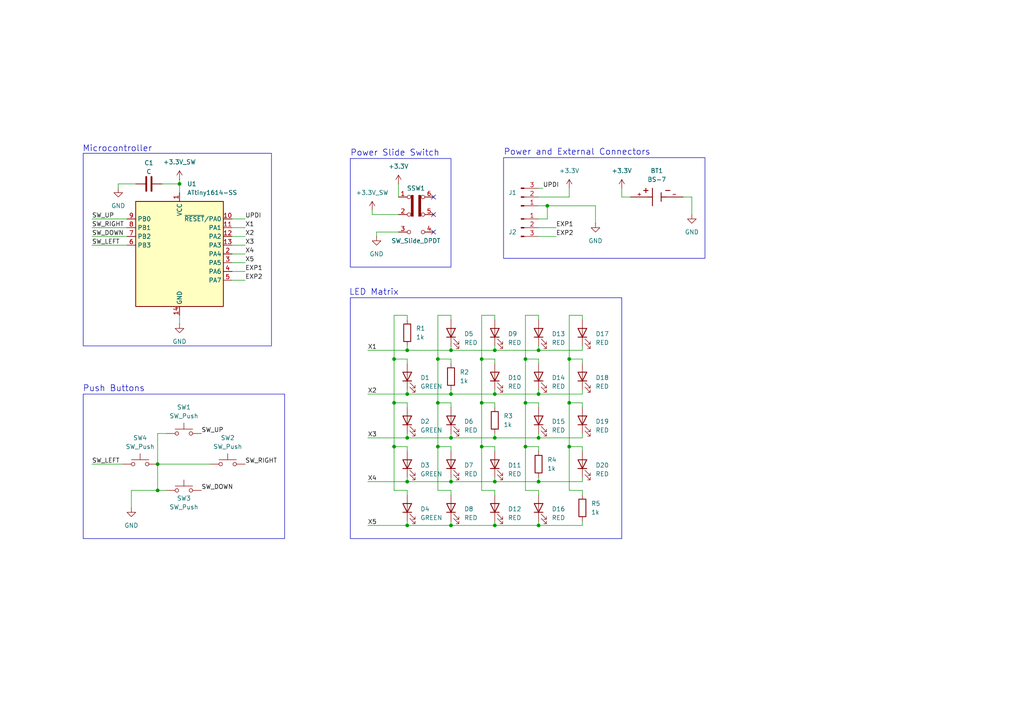
<source format=kicad_sch>
(kicad_sch (version 20231120) (generator "eeschema") (generator_version "8.0")
  (paper "A4")
  (lib_symbols
    (symbol "Device:C" (pin_numbers hide) (pin_names (offset 0.254))
      (property "Reference" "C" (at 0.635 2.54 0))
      (property "Value" "C" (at 0.635 -2.54 0))
      (symbol "C_0_1"
        (polyline (pts (xy -2.032 -0.762) (xy 2.032 -0.762)) (stroke (width 0.508)))
        (polyline (pts (xy -2.032 0.762) (xy 2.032 0.762)) (stroke (width 0.508)))
      )
      (symbol "C_1_1"
        (pin passive line (at 0 3.81 270) (length 2.794) (name "~") (number "1"))
        (pin passive line (at 0 -3.81 90) (length 2.794) (name "~") (number "2"))
      )
    )
    (symbol "Device:LED" (pin_numbers hide) (pin_names (offset 1.016) hide)
      (property "Reference" "D" (at 0 2.54 0))
      (property "Value" "LED" (at 0 -2.54 0))
      (symbol "LED_0_1"
        (polyline (pts (xy -1.27 -1.27) (xy -1.27 1.27)) (stroke (width 0.254)))
        (polyline (pts (xy -1.27 0) (xy 1.27 0)))
        (polyline (pts (xy 1.27 -1.27) (xy 1.27 1.27) (xy -1.27 0) (xy 1.27 -1.27)) (stroke (width 0.254)))
        (polyline (pts (xy -3.048 -0.762) (xy -4.572 -2.286) (xy -3.81 -2.286) (xy -4.572 -2.286) (xy -4.572 -1.524)))
        (polyline (pts (xy -1.778 -0.762) (xy -3.302 -2.286) (xy -2.54 -2.286) (xy -3.302 -2.286) (xy -3.302 -1.524)))
      )
      (symbol "LED_1_1"
        (pin passive line (at -3.81 0 0) (length 2.54) (name "K") (number "1"))
        (pin passive line (at 3.81 0 180) (length 2.54) (name "A") (number "2"))
      )
    )
    (symbol "Device:R" (pin_numbers hide) (pin_names (offset 0))
      (property "Reference" "R" (at 2.032 0 90))
      (property "Value" "R" (at 0 0 90))
      (symbol "R_0_1"
        (rectangle (start -1.016 -2.54) (end 1.016 2.54) (stroke (width 0.254)))
      )
      (symbol "R_1_1"
        (pin passive line (at 0 3.81 270) (length 1.27) (name "~") (number "1"))
        (pin passive line (at 0 -3.81 90) (length 1.27) (name "~") (number "2"))
      )
    )
    (symbol "MCU_Microchip_ATtiny:ATtiny1614-SS"
      (property "Reference" "U" (at -12.7 16.51 0))
      (property "Value" "ATtiny1614-SS" (at 2.54 -16.51 0))
      (symbol "ATtiny1614-SS_0_1"
        (rectangle (start -12.7 -15.24) (end 12.7 15.24) (stroke (width 0.254)) (fill (type background)))
      )
      (symbol "ATtiny1614-SS_1_1"
        (pin power_in line (at 0 17.78 270) (length 2.54) (name "VCC") (number "1"))
        (pin bidirectional line (at 15.24 10.16 180) (length 2.54) (name "~{RESET}/PA0") (number "10"))
        (pin bidirectional line (at 15.24 7.62 180) (length 2.54) (name "PA1") (number "11"))
        (pin bidirectional line (at 15.24 5.08 180) (length 2.54) (name "PA2") (number "12"))
        (pin bidirectional line (at 15.24 2.54 180) (length 2.54) (name "PA3") (number "13"))
        (pin power_in line (at 0 -17.78 90) (length 2.54) (name "GND") (number "14"))
        (pin bidirectional line (at 15.24 0 180) (length 2.54) (name "PA4") (number "2"))
        (pin bidirectional line (at 15.24 -2.54 180) (length 2.54) (name "PA5") (number "3"))
        (pin bidirectional line (at 15.24 -5.08 180) (length 2.54) (name "PA6") (number "4"))
        (pin bidirectional line (at 15.24 -7.62 180) (length 2.54) (name "PA7") (number "5"))
        (pin bidirectional line (at -15.24 2.54 0) (length 2.54) (name "PB3") (number "6"))
        (pin bidirectional line (at -15.24 5.08 0) (length 2.54) (name "PB2") (number "7"))
        (pin bidirectional line (at -15.24 7.62 0) (length 2.54) (name "PB1") (number "8"))
        (pin bidirectional line (at -15.24 10.16 0) (length 2.54) (name "PB0") (number "9"))
      )
    )
    (symbol "Switch:SW_Push" (pin_numbers hide) (pin_names (offset 1.016) hide)
      (property "Reference" "SW" (at 1.27 2.54 0))
      (property "Value" "SW_Push" (at 0 -1.524 0))
      (symbol "SW_Push_0_1"
        (circle (center -2.032 0) (radius 0.508))
        (polyline (pts (xy 0 1.27) (xy 0 3.048)))
        (polyline (pts (xy 2.54 1.27) (xy -2.54 1.27)))
        (circle (center 2.032 0) (radius 0.508))
        (pin passive line (at -5.08 0 0) (length 2.54) (name "1") (number "1"))
        (pin passive line (at 5.08 0 180) (length 2.54) (name "2") (number "2"))
      )
    )
    (symbol "Switch:SW_Slide_DPDT" (pin_names (offset 0) hide)
      (property "Reference" "SW" (at 0 6.858 0))
      (property "Value" "SW_Slide_DPDT" (at 0 -8.128 0))
      (symbol "SW_Slide_DPDT_0_0"
        (circle (center -2.032 -5.08) (radius 0.508))
        (circle (center -2.032 5.08) (radius 0.508))
        (circle (center 2.032 -5.08) (radius 0.508))
        (circle (center 2.032 0) (radius 0.508))
      )
      (symbol "SW_Slide_DPDT_0_1"
        (circle (center -2.032 0) (radius 0.508))
        (circle (center 2.032 5.08) (radius 0.508))
      )
      (symbol "SW_Slide_DPDT_1_1"
        (rectangle (start -1.397 5.588) (end -0.762 -0.508) (fill (type outline)))
        (rectangle (start 0.762 5.588) (end 1.397 -0.508) (fill (type outline)))
        (pin passive line (at -5.08 5.08 0) (length 2.54) (name "A") (number "1"))
        (pin passive line (at -5.08 0 0) (length 2.54) (name "B") (number "2"))
        (pin passive line (at -5.08 -5.08 0) (length 2.54) (name "C") (number "3"))
        (pin passive line (at 5.08 -5.08 180) (length 2.54) (name "A") (number "4"))
        (pin passive line (at 5.08 0 180) (length 2.54) (name "B") (number "5"))
        (pin passive line (at 5.08 5.08 180) (length 2.54) (name "C") (number "6"))
      )
    )
    (symbol "battery_holder:BS-7" (pin_names (offset 1.016))
      (property "Reference" "BT" (at -3.81 3.81 0))
      (property "Value" "BS-7" (at -3.81 -5.08 0))
      (symbol "BS-7_0_0"
        (polyline (pts (xy -3.81 1.905) (xy -2.54 1.905)) (stroke (width 0.254)))
        (polyline (pts (xy -3.175 2.54) (xy -3.175 1.27)) (stroke (width 0.254)))
        (polyline (pts (xy -1.27 0) (xy -2.54 0)) (stroke (width 0.254)))
        (polyline (pts (xy -1.27 2.54) (xy -1.27 -2.54)) (stroke (width 0.254)))
        (polyline (pts (xy 1.27 0) (xy 2.54 0)) (stroke (width 0.254)))
        (polyline (pts (xy 1.27 1.27) (xy 1.27 -1.27)) (stroke (width 0.254)))
        (polyline (pts (xy 2.54 1.905) (xy 3.81 1.905)) (stroke (width 0.254)))
        (pin passive line (at -7.62 0 0) (length 5.08) (name "~") (number "+"))
        (pin passive line (at 7.62 0 180) (length 5.08) (name "~") (number "-"))
      )
    )
    (symbol "power:+3.3V" (power) (pin_numbers hide) (pin_names (offset 0) hide)
      (property "Value" "+3.3V" (at 0 3.556 0))
      (symbol "+3.3V_0_1"
        (polyline (pts (xy -0.762 1.27) (xy 0 2.54)))
        (polyline (pts (xy 0 0) (xy 0 2.54)))
        (polyline (pts (xy 0 2.54) (xy 0.762 1.27)))
      )
      (symbol "+3.3V_1_1"
        (pin power_in line (at 0 0 90) (length 0) (name "~") (number "1"))
      )
    )
    (symbol "power:GND" (power) (pin_numbers hide) (pin_names (offset 0) hide)
      (property "Value" "GND" (at 0 -3.81 0))
      (symbol "GND_0_1"
        (polyline (pts (xy 0 0) (xy 0 -1.27) (xy 1.27 -1.27) (xy 0 -2.54) (xy -1.27 -1.27) (xy 0 -1.27)))
      )
      (symbol "GND_1_1"
        (pin power_in line (at 0 0 270) (length 0) (name "~") (number "1"))
      )
    )
    (symbol "rsx_header:Molex_0022272031" (pin_names (offset 1.016) hide)
      (property "Reference" "J" (at 0 5.08 0))
      (property "Value" "Molex_0022272031" (at 0 -5.08 0))
      (symbol "Molex_0022272031_1_1"
        (polyline (pts (xy 1.27 -2.54) (xy 0.8636 -2.54)) (stroke (width 0.1524)))
        (polyline (pts (xy 1.27 0) (xy 0.8636 0)) (stroke (width 0.1524)))
        (polyline (pts (xy 1.27 2.54) (xy 0.8636 2.54)) (stroke (width 0.1524)))
        (rectangle (start 0.8636 -2.413) (end 0 -2.667) (stroke (width 0.1524)) (fill (type outline)))
        (rectangle (start 0.8636 0.127) (end 0 -0.127) (stroke (width 0.1524)) (fill (type outline)))
        (rectangle (start 0.8636 2.667) (end 0 2.413) (stroke (width 0.1524)) (fill (type outline)))
        (pin passive line (at 5.08 2.54 180) (length 3.81) (name "Pin_1") (number "1"))
        (pin passive line (at 5.08 0 180) (length 3.81) (name "Pin_2") (number "2"))
        (pin passive line (at 5.08 -2.54 180) (length 3.81) (name "Pin_3") (number "3"))
      )
    )
  )
  (junction (at 118.11 114.3))
  (junction (at 156.21 139.7))
  (junction (at 127 116.84))
  (junction (at 143.51 139.7))
  (junction (at 114.3 104.14))
  (junction (at 156.21 101.6))
  (junction (at 130.81 152.4))
  (junction (at 52.07 53.34))
  (junction (at 118.11 152.4))
  (junction (at 158.75 59.69))
  (junction (at 45.72 134.62))
  (junction (at 143.51 114.3))
  (junction (at 143.51 152.4))
  (junction (at 118.11 101.6))
  (junction (at 152.4 104.14))
  (junction (at 127 104.14))
  (junction (at 45.72 142.24))
  (junction (at 156.21 114.3))
  (junction (at 114.3 129.54))
  (junction (at 152.4 129.54))
  (junction (at 130.81 114.3))
  (junction (at 127 129.54))
  (junction (at 139.7 104.14))
  (junction (at 165.1 116.84))
  (junction (at 118.11 127))
  (junction (at 130.81 139.7))
  (junction (at 139.7 116.84))
  (junction (at 143.51 101.6))
  (junction (at 165.1 129.54))
  (junction (at 114.3 116.84))
  (junction (at 143.51 127))
  (junction (at 130.81 101.6))
  (junction (at 118.11 139.7))
  (junction (at 156.21 127))
  (junction (at 130.81 127))
  (junction (at 165.1 104.14))
  (junction (at 156.21 152.4))
  (junction (at 152.4 116.84))
  (junction (at 139.7 129.54))
  (no_connect (at 125.73 57.15))
  (no_connect (at 125.73 67.31))
  (no_connect (at 125.73 62.23))
  (wire (pts (xy 38.1 142.24) (xy 38.1 147.32)))
  (wire (pts (xy 114.3 129.54) (xy 114.3 142.24)))
  (wire (pts (xy 139.7 91.44) (xy 139.7 104.14)))
  (wire (pts (xy 165.1 116.84) (xy 168.91 116.84)))
  (wire (pts (xy 130.81 113.03) (xy 130.81 114.3)))
  (wire (pts (xy 107.95 60.96) (xy 107.95 62.23)))
  (wire (pts (xy 130.81 139.7) (xy 143.51 139.7)))
  (wire (pts (xy 168.91 101.6) (xy 168.91 100.33)))
  (wire (pts (xy 118.11 151.13) (xy 118.11 152.4)))
  (wire (pts (xy 165.1 129.54) (xy 165.1 142.24)))
  (wire (pts (xy 143.51 118.11) (xy 143.51 116.84)))
  (wire (pts (xy 168.91 91.44) (xy 165.1 91.44)))
  (wire (pts (xy 130.81 142.24) (xy 130.81 143.51)))
  (wire (pts (xy 156.21 139.7) (xy 168.91 139.7)))
  (wire (pts (xy 180.34 54.61) (xy 180.34 57.15)))
  (wire (pts (xy 118.11 101.6) (xy 130.81 101.6)))
  (wire (pts (xy 71.12 63.5) (xy 67.31 63.5)))
  (wire (pts (xy 34.29 53.34) (xy 34.29 54.61)))
  (wire (pts (xy 106.68 127) (xy 118.11 127)))
  (wire (pts (xy 127 104.14) (xy 130.81 104.14)))
  (wire (pts (xy 172.72 59.69) (xy 172.72 64.77)))
  (wire (pts (xy 165.1 91.44) (xy 165.1 104.14)))
  (wire (pts (xy 130.81 114.3) (xy 143.51 114.3)))
  (wire (pts (xy 156.21 152.4) (xy 168.91 152.4)))
  (wire (pts (xy 168.91 127) (xy 168.91 125.73)))
  (wire (pts (xy 156.21 63.5) (xy 158.75 63.5)))
  (wire (pts (xy 118.11 152.4) (xy 130.81 152.4)))
  (wire (pts (xy 118.11 138.43) (xy 118.11 139.7)))
  (wire (pts (xy 38.1 142.24) (xy 45.72 142.24)))
  (wire (pts (xy 152.4 91.44) (xy 152.4 104.14)))
  (wire (pts (xy 106.68 152.4) (xy 118.11 152.4)))
  (wire (pts (xy 127 142.24) (xy 130.81 142.24)))
  (wire (pts (xy 130.81 91.44) (xy 127 91.44)))
  (wire (pts (xy 168.91 142.24) (xy 168.91 143.51)))
  (wire (pts (xy 168.91 118.11) (xy 168.91 116.84)))
  (wire (pts (xy 156.21 57.15) (xy 165.1 57.15)))
  (wire (pts (xy 114.3 104.14) (xy 118.11 104.14)))
  (wire (pts (xy 165.1 142.24) (xy 168.91 142.24)))
  (wire (pts (xy 143.51 113.03) (xy 143.51 114.3)))
  (wire (pts (xy 45.72 125.73) (xy 48.26 125.73)))
  (wire (pts (xy 156.21 130.81) (xy 156.21 129.54)))
  (wire (pts (xy 45.72 134.62) (xy 45.72 125.73)))
  (wire (pts (xy 157.48 54.61) (xy 156.21 54.61)))
  (wire (pts (xy 67.31 81.28) (xy 71.12 81.28)))
  (wire (pts (xy 127 129.54) (xy 127 142.24)))
  (wire (pts (xy 143.51 130.81) (xy 143.51 129.54)))
  (wire (pts (xy 45.72 134.62) (xy 60.96 134.62)))
  (wire (pts (xy 168.91 139.7) (xy 168.91 138.43)))
  (wire (pts (xy 48.26 142.24) (xy 45.72 142.24)))
  (wire (pts (xy 114.3 104.14) (xy 114.3 116.84)))
  (wire (pts (xy 130.81 125.73) (xy 130.81 127)))
  (wire (pts (xy 165.1 116.84) (xy 165.1 129.54)))
  (wire (pts (xy 130.81 129.54) (xy 130.81 130.81)))
  (wire (pts (xy 139.7 104.14) (xy 143.51 104.14)))
  (wire (pts (xy 168.91 105.41) (xy 168.91 104.14)))
  (wire (pts (xy 143.51 142.24) (xy 143.51 143.51)))
  (wire (pts (xy 127 116.84) (xy 127 129.54)))
  (wire (pts (xy 156.21 114.3) (xy 168.91 114.3)))
  (wire (pts (xy 156.21 105.41) (xy 156.21 104.14)))
  (wire (pts (xy 143.51 127) (xy 156.21 127)))
  (wire (pts (xy 139.7 129.54) (xy 143.51 129.54)))
  (wire (pts (xy 114.3 142.24) (xy 118.11 142.24)))
  (wire (pts (xy 139.7 116.84) (xy 143.51 116.84)))
  (wire (pts (xy 143.51 100.33) (xy 143.51 101.6)))
  (wire (pts (xy 46.99 53.34) (xy 52.07 53.34)))
  (wire (pts (xy 180.34 57.15) (xy 182.88 57.15)))
  (wire (pts (xy 156.21 142.24) (xy 156.21 143.51)))
  (wire (pts (xy 143.51 152.4) (xy 156.21 152.4)))
  (wire (pts (xy 156.21 92.71) (xy 156.21 91.44)))
  (wire (pts (xy 165.1 57.15) (xy 165.1 54.61)))
  (wire (pts (xy 139.7 129.54) (xy 139.7 142.24)))
  (wire (pts (xy 152.4 104.14) (xy 152.4 116.84)))
  (wire (pts (xy 165.1 129.54) (xy 168.91 129.54)))
  (wire (pts (xy 143.51 138.43) (xy 143.51 139.7)))
  (wire (pts (xy 52.07 52.07) (xy 52.07 53.34)))
  (wire (pts (xy 118.11 142.24) (xy 118.11 143.51)))
  (wire (pts (xy 156.21 91.44) (xy 152.4 91.44)))
  (wire (pts (xy 39.37 53.34) (xy 34.29 53.34)))
  (wire (pts (xy 106.68 114.3) (xy 118.11 114.3)))
  (wire (pts (xy 71.12 71.12) (xy 67.31 71.12)))
  (wire (pts (xy 139.7 116.84) (xy 139.7 129.54)))
  (wire (pts (xy 152.4 142.24) (xy 156.21 142.24)))
  (wire (pts (xy 168.91 92.71) (xy 168.91 91.44)))
  (wire (pts (xy 130.81 101.6) (xy 143.51 101.6)))
  (wire (pts (xy 130.81 152.4) (xy 143.51 152.4)))
  (wire (pts (xy 114.3 116.84) (xy 118.11 116.84)))
  (wire (pts (xy 26.67 66.04) (xy 36.83 66.04)))
  (wire (pts (xy 143.51 139.7) (xy 156.21 139.7)))
  (wire (pts (xy 26.67 68.58) (xy 36.83 68.58)))
  (wire (pts (xy 156.21 68.58) (xy 161.29 68.58)))
  (wire (pts (xy 127 129.54) (xy 130.81 129.54)))
  (wire (pts (xy 127 104.14) (xy 127 116.84)))
  (wire (pts (xy 118.11 125.73) (xy 118.11 127)))
  (wire (pts (xy 26.67 63.5) (xy 36.83 63.5)))
  (wire (pts (xy 118.11 118.11) (xy 118.11 116.84)))
  (wire (pts (xy 168.91 152.4) (xy 168.91 151.13)))
  (wire (pts (xy 71.12 68.58) (xy 67.31 68.58)))
  (wire (pts (xy 156.21 118.11) (xy 156.21 116.84)))
  (wire (pts (xy 143.51 92.71) (xy 143.51 91.44)))
  (wire (pts (xy 143.51 125.73) (xy 143.51 127)))
  (wire (pts (xy 107.95 62.23) (xy 115.57 62.23)))
  (wire (pts (xy 156.21 127) (xy 168.91 127)))
  (wire (pts (xy 200.66 57.15) (xy 200.66 62.23)))
  (wire (pts (xy 127 116.84) (xy 130.81 116.84)))
  (wire (pts (xy 114.3 129.54) (xy 118.11 129.54)))
  (wire (pts (xy 118.11 113.03) (xy 118.11 114.3)))
  (wire (pts (xy 52.07 53.34) (xy 52.07 55.88)))
  (wire (pts (xy 156.21 125.73) (xy 156.21 127)))
  (wire (pts (xy 156.21 138.43) (xy 156.21 139.7)))
  (wire (pts (xy 165.1 104.14) (xy 168.91 104.14)))
  (wire (pts (xy 165.1 104.14) (xy 165.1 116.84)))
  (wire (pts (xy 152.4 129.54) (xy 156.21 129.54)))
  (wire (pts (xy 168.91 114.3) (xy 168.91 113.03)))
  (wire (pts (xy 156.21 66.04) (xy 161.29 66.04)))
  (wire (pts (xy 118.11 127) (xy 130.81 127)))
  (wire (pts (xy 106.68 139.7) (xy 118.11 139.7)))
  (wire (pts (xy 67.31 78.74) (xy 71.12 78.74)))
  (wire (pts (xy 143.51 101.6) (xy 156.21 101.6)))
  (wire (pts (xy 168.91 130.81) (xy 168.91 129.54)))
  (wire (pts (xy 109.22 68.58) (xy 109.22 67.31)))
  (wire (pts (xy 156.21 104.14) (xy 152.4 104.14)))
  (wire (pts (xy 139.7 142.24) (xy 143.51 142.24)))
  (wire (pts (xy 130.81 118.11) (xy 130.81 116.84)))
  (wire (pts (xy 71.12 66.04) (xy 67.31 66.04)))
  (wire (pts (xy 115.57 53.34) (xy 115.57 57.15)))
  (wire (pts (xy 130.81 105.41) (xy 130.81 104.14)))
  (wire (pts (xy 130.81 100.33) (xy 130.81 101.6)))
  (wire (pts (xy 156.21 59.69) (xy 158.75 59.69)))
  (wire (pts (xy 26.67 134.62) (xy 35.56 134.62)))
  (wire (pts (xy 152.4 116.84) (xy 152.4 129.54)))
  (wire (pts (xy 114.3 91.44) (xy 118.11 91.44)))
  (wire (pts (xy 127 91.44) (xy 127 104.14)))
  (wire (pts (xy 130.81 151.13) (xy 130.81 152.4)))
  (wire (pts (xy 114.3 116.84) (xy 114.3 129.54)))
  (wire (pts (xy 143.51 91.44) (xy 139.7 91.44)))
  (wire (pts (xy 158.75 63.5) (xy 158.75 59.69)))
  (wire (pts (xy 118.11 130.81) (xy 118.11 129.54)))
  (wire (pts (xy 198.12 57.15) (xy 200.66 57.15)))
  (wire (pts (xy 152.4 129.54) (xy 152.4 142.24)))
  (wire (pts (xy 156.21 100.33) (xy 156.21 101.6)))
  (wire (pts (xy 130.81 138.43) (xy 130.81 139.7)))
  (wire (pts (xy 156.21 151.13) (xy 156.21 152.4)))
  (wire (pts (xy 118.11 100.33) (xy 118.11 101.6)))
  (wire (pts (xy 118.11 139.7) (xy 130.81 139.7)))
  (wire (pts (xy 156.21 101.6) (xy 168.91 101.6)))
  (wire (pts (xy 130.81 92.71) (xy 130.81 91.44)))
  (wire (pts (xy 156.21 113.03) (xy 156.21 114.3)))
  (wire (pts (xy 139.7 104.14) (xy 139.7 116.84)))
  (wire (pts (xy 143.51 105.41) (xy 143.51 104.14)))
  (wire (pts (xy 158.75 59.69) (xy 172.72 59.69)))
  (wire (pts (xy 45.72 142.24) (xy 45.72 134.62)))
  (wire (pts (xy 156.21 116.84) (xy 152.4 116.84)))
  (wire (pts (xy 71.12 76.2) (xy 67.31 76.2)))
  (wire (pts (xy 143.51 151.13) (xy 143.51 152.4)))
  (wire (pts (xy 143.51 114.3) (xy 156.21 114.3)))
  (wire (pts (xy 52.07 93.98) (xy 52.07 91.44)))
  (wire (pts (xy 130.81 127) (xy 143.51 127)))
  (wire (pts (xy 71.12 73.66) (xy 67.31 73.66)))
  (wire (pts (xy 118.11 105.41) (xy 118.11 104.14)))
  (wire (pts (xy 118.11 114.3) (xy 130.81 114.3)))
  (wire (pts (xy 114.3 91.44) (xy 114.3 104.14)))
  (wire (pts (xy 109.22 67.31) (xy 115.57 67.31)))
  (wire (pts (xy 106.68 101.6) (xy 118.11 101.6)))
  (wire (pts (xy 26.67 71.12) (xy 36.83 71.12)))
  (wire (pts (xy 118.11 92.71) (xy 118.11 91.44)))
  (rectangle (start 24.13 114.3) (end 82.55 156.21))
  (rectangle (start 146.05 45.72) (end 204.47 74.93))
  (rectangle (start 24.13 44.45) (end 78.74 100.33))
  (rectangle (start 101.6 86.36) (end 180.34 156.21))
  (rectangle (start 101.6 45.974) (end 130.81 77.47))
  (text "Push Buttons" (at 33.02 112.776 0) (effects (font (size 1.778 1.778))))
  (text "LED Matrix" (at 108.458 84.836 0) (effects (font (size 1.778 1.778))))
  (text "Microcontroller" (at 34.036 43.18 0) (effects (font (size 1.778 1.778))))
  (text "Power Slide Switch" (at 114.554 44.45 0) (effects (font (size 1.778 1.778))))
  (text "Power and External Connectors" (at 167.386 44.196 0) (effects (font (size 1.778 1.778))))
  (label "X5" (at 71.12 76.2 0))
  (label "SW_DOWN" (at 26.67 68.58 0))
  (label "SW_LEFT" (at 26.67 134.62 0))
  (label "X4" (at 71.12 73.66 0))
  (label "EXP1" (at 161.29 66.04 0))
  (label "X1" (at 106.68 101.6 0))
  (label "UPDI" (at 71.12 63.5 0))
  (label "EXP2" (at 71.12 81.28 0))
  (label "EXP2" (at 161.29 68.58 0))
  (label "UPDI" (at 157.48 54.61 0))
  (label "X2" (at 71.12 68.58 0))
  (label "SW_RIGHT" (at 26.67 66.04 0))
  (label "X5" (at 106.68 152.4 0))
  (label "X3" (at 71.12 71.12 0))
  (label "SW_LEFT" (at 26.67 71.12 0))
  (label "X2" (at 106.68 114.3 0))
  (label "X3" (at 106.68 127 0))
  (label "SW_UP" (at 26.67 63.5 0))
  (label "EXP1" (at 71.12 78.74 0))
  (label "SW_UP" (at 58.42 125.73 0))
  (label "X4" (at 106.68 139.7 0))
  (label "SW_RIGHT" (at 71.12 134.62 0))
  (label "X1" (at 71.12 66.04 0))
  (label "SW_DOWN" (at 58.42 142.24 0))
  (symbol (lib_id "Device:LED") (at 156.21 96.52 90) (unit 1)
    (property "Reference" "D13" (at 160.02 96.8374 90) (effects (justify right)))
    (property "Value" "RED" (at 160.02 99.3774 90) (effects (justify right)))
    (property "Footprint" "LED_SMD:LED_1206-0603_Morph" (effects (hide yes)))
    (property "Description" "Light emitting diode" (effects (hide yes)))
  )
  (symbol (lib_id "Device:LED") (at 168.91 121.92 90) (unit 1)
    (property "Reference" "D19" (at 172.72 122.2374 90) (effects (justify right)))
    (property "Value" "RED" (at 172.72 124.7774 90) (effects (justify right)))
    (property "Footprint" "LED_SMD:LED_1206-0603_Morph" (effects (hide yes)))
    (property "Description" "Light emitting diode" (effects (hide yes)))
  )
  (symbol (lib_id "Device:LED") (at 118.11 109.22 90) (unit 1)
    (property "Reference" "D1" (at 121.92 109.5374 90) (effects (justify right)))
    (property "Value" "GREEN" (at 121.92 112.0774 90) (effects (justify right)))
    (property "Footprint" "LED_SMD:LED_1206-0603_Morph" (effects (hide yes)))
    (property "Description" "Light emitting diode" (effects (hide yes)))
  )
  (symbol (lib_id "Device:LED") (at 156.21 109.22 90) (unit 1)
    (property "Reference" "D14" (at 160.02 109.5374 90) (effects (justify right)))
    (property "Value" "RED" (at 160.02 112.0774 90) (effects (justify right)))
    (property "Footprint" "LED_SMD:LED_1206-0603_Morph" (effects (hide yes)))
    (property "Description" "Light emitting diode" (effects (hide yes)))
  )
  (symbol (lib_id "Device:LED") (at 143.51 96.52 90) (unit 1)
    (property "Reference" "D9" (at 147.32 96.8374 90) (effects (justify right)))
    (property "Value" "RED" (at 147.32 99.3774 90) (effects (justify right)))
    (property "Footprint" "LED_SMD:LED_1206-0603_Morph" (effects (hide yes)))
    (property "Description" "Light emitting diode" (effects (hide yes)))
  )
  (symbol (lib_id "Device:LED") (at 168.91 134.62 90) (unit 1)
    (property "Reference" "D20" (at 172.72 134.9374 90) (effects (justify right)))
    (property "Value" "RED" (at 172.72 137.4774 90) (effects (justify right)))
    (property "Footprint" "LED_SMD:LED_1206-0603_Morph" (effects (hide yes)))
    (property "Description" "Light emitting diode" (effects (hide yes)))
  )
  (symbol (lib_id "Switch:SW_Push") (at 53.34 125.73 0) (unit 1)
    (property "Reference" "SW1" (at 53.34 118.11 0))
    (property "Value" "SW_Push" (at 53.34 120.65 0))
    (property "Footprint" "Saptarshi_BusinessCard:push_button" (effects (hide yes)))
    (property "Description" "Push button switch, generic, two pins" (effects (hide yes)))
  )
  (symbol (lib_id "Device:LED") (at 156.21 121.92 90) (unit 1)
    (property "Reference" "D15" (at 160.02 122.2374 90) (effects (justify right)))
    (property "Value" "RED" (at 160.02 124.7774 90) (effects (justify right)))
    (property "Footprint" "LED_SMD:LED_1206-0603_Morph" (effects (hide yes)))
    (property "Description" "Light emitting diode" (effects (hide yes)))
  )
  (symbol (lib_id "Device:R") (at 143.51 121.92 0) (unit 1)
    (property "Reference" "R3" (at 146.05 120.6499 0) (effects (justify left)))
    (property "Value" "1k" (at 146.05 123.1899 0) (effects (justify left)))
    (property "Footprint" "Resistor_SMD:R_0603_1608Metric_Pad0.98x0.95mm_HandSolder" (effects (hide yes)))
    (property "Description" "Resistor" (effects (hide yes)))
  )
  (symbol (lib_id "Device:C") (at 43.18 53.34 90) (unit 1)
    (property "Reference" "C1" (at 43.18 47.244 90))
    (property "Value" "C" (at 43.18 49.784 90))
    (property "Footprint" "Capacitor_SMD:C_0805_2012Metric_Pad1.18x1.45mm_HandSolder" (effects (hide yes)))
    (property "Description" "Unpolarized capacitor" (effects (hide yes)))
  )
  (symbol (lib_id "power:GND") (at 109.22 68.58 0) (unit 1)
    (property "Reference" "#PWR07" (effects (hide yes)))
    (property "Value" "GND" (at 109.22 73.66 0))
    (property "Description" "Power symbol creates a global label with name \"GND\" , ground" (effects (hide yes)))
  )
  (symbol (lib_id "Device:LED") (at 168.91 96.52 90) (unit 1)
    (property "Reference" "D17" (at 172.72 96.8374 90) (effects (justify right)))
    (property "Value" "RED" (at 172.72 99.3774 90) (effects (justify right)))
    (property "Footprint" "LED_SMD:LED_1206-0603_Morph" (effects (hide yes)))
    (property "Description" "Light emitting diode" (effects (hide yes)))
  )
  (symbol (lib_id "MCU_Microchip_ATtiny:ATtiny1614-SS") (at 52.07 73.66 0) (unit 1)
    (property "Reference" "U1" (at 54.2641 53.34 0) (effects (justify left)))
    (property "Value" "ATtiny1614-SS" (at 54.2641 55.88 0) (effects (justify left)))
    (property "Footprint" "Package_SO:SOIC-14_3.9x8.7mm_P1.27mm" (effects (hide yes)))
    (property "Datasheet" "http://ww1.microchip.com/downloads/en/DeviceDoc/ATtiny1614-data-sheet-40001995A.pdf" (effects (hide yes)))
    (property "Description" "20MHz, 16kB Flash, 2kB SRAM, 256B EEPROM, SOIC-14" (effects (hide yes)))
  )
  (symbol (lib_id "Device:LED") (at 143.51 147.32 90) (unit 1)
    (property "Reference" "D12" (at 147.32 147.6374 90) (effects (justify right)))
    (property "Value" "RED" (at 147.32 150.1774 90) (effects (justify right)))
    (property "Footprint" "LED_SMD:LED_1206-0603_Morph" (effects (hide yes)))
    (property "Description" "Light emitting diode" (effects (hide yes)))
  )
  (symbol (lib_id "power:+3.3V") (at 107.95 60.96 0) (unit 1)
    (property "Reference" "#PWR05" (effects (hide yes)))
    (property "Value" "+3.3V_SW" (at 107.95 55.88 0))
    (property "Description" "Power symbol creates a global label with name \"+3.3V\"" (effects (hide yes)))
  )
  (symbol (lib_id "Device:LED") (at 118.11 121.92 90) (unit 1)
    (property "Reference" "D2" (at 121.92 122.2374 90) (effects (justify right)))
    (property "Value" "GREEN" (at 121.92 124.7774 90) (effects (justify right)))
    (property "Footprint" "LED_SMD:LED_1206-0603_Morph" (effects (hide yes)))
    (property "Description" "Light emitting diode" (effects (hide yes)))
  )
  (symbol (lib_id "battery_holder:BS-7") (at 190.5 57.15 0) (unit 1)
    (property "Reference" "BT1" (at 190.5 49.53 0))
    (property "Value" "BS-7" (at 190.5 52.07 0))
    (property "Footprint" "Saptarshi_BusinessCard:battery_holder" (effects (hide yes)))
    (property "PARTREV" "H" (effects (hide yes)))
    (property "STANDARD" "Manufacturer recommendations" (effects (hide yes)))
    (property "MAXIMUM_PACKAGE_HEIGHT" "9.0mm" (effects (hide yes)))
    (property "MANUFACTURER" "MPD" (effects (hide yes)))
  )
  (symbol (lib_id "Device:LED") (at 130.81 147.32 90) (unit 1)
    (property "Reference" "D8" (at 134.62 147.6374 90) (effects (justify right)))
    (property "Value" "RED" (at 134.62 150.1774 90) (effects (justify right)))
    (property "Footprint" "LED_SMD:LED_1206-0603_Morph" (effects (hide yes)))
    (property "Description" "Light emitting diode" (effects (hide yes)))
  )
  (symbol (lib_id "Switch:SW_Push") (at 40.64 134.62 0) (unit 1)
    (property "Reference" "SW4" (at 40.64 127 0))
    (property "Value" "SW_Push" (at 40.64 129.54 0))
    (property "Footprint" "Saptarshi_BusinessCard:push_button" (effects (hide yes)))
    (property "Description" "Push button switch, generic, two pins" (effects (hide yes)))
  )
  (symbol (lib_id "Device:R") (at 156.21 134.62 0) (unit 1)
    (property "Reference" "R4" (at 158.75 133.3499 0) (effects (justify left)))
    (property "Value" "1k" (at 158.75 135.8899 0) (effects (justify left)))
    (property "Footprint" "Resistor_SMD:R_0603_1608Metric_Pad0.98x0.95mm_HandSolder" (effects (hide yes)))
    (property "Description" "Resistor" (effects (hide yes)))
  )
  (symbol (lib_id "Device:LED") (at 118.11 147.32 90) (unit 1)
    (property "Reference" "D4" (at 121.92 147.6374 90) (effects (justify right)))
    (property "Value" "GREEN" (at 121.92 150.1774 90) (effects (justify right)))
    (property "Footprint" "LED_SMD:LED_1206-0603_Morph" (effects (hide yes)))
    (property "Description" "Light emitting diode" (effects (hide yes)))
  )
  (symbol (lib_id "power:GND") (at 38.1 147.32 0) (unit 1)
    (property "Reference" "#PWR08" (effects (hide yes)))
    (property "Value" "GND" (at 38.1 152.4 0))
    (property "Description" "Power symbol creates a global label with name \"GND\" , ground" (effects (hide yes)))
  )
  (symbol (lib_id "power:GND") (at 34.29 54.61 0) (unit 1)
    (property "Reference" "#PWR09" (effects (hide yes)))
    (property "Value" "GND" (at 34.29 59.69 0))
    (property "Description" "Power symbol creates a global label with name \"GND\" , ground" (effects (hide yes)))
  )
  (symbol (lib_id "Device:LED") (at 143.51 134.62 90) (unit 1)
    (property "Reference" "D11" (at 147.32 134.9374 90) (effects (justify right)))
    (property "Value" "RED" (at 147.32 137.4774 90) (effects (justify right)))
    (property "Footprint" "LED_SMD:LED_1206-0603_Morph" (effects (hide yes)))
    (property "Description" "Light emitting diode" (effects (hide yes)))
  )
  (symbol (lib_id "rsx_header:Molex_0022272031") (at 151.13 66.04 0) (unit 1)
    (property "Reference" "J2" (at 149.86 67.3101 0) (effects (justify right)))
    (property "Value" "External_Headers" (effects (hide yes)))
    (property "Footprint" "Connector_PinHeader_2.54mm:ExternalHeader_3pin" (effects (hide yes)))
    (property "Description" "CONN HEADER KK VERT 3POS 2.54MM" (effects (hide yes)))
    (property "MFR" "Molex" (effects (hide yes)))
    (property "DPN" "WM4112-ND" (effects (hide yes)))
    (property "MPN" "0022272031" (effects (hide yes)))
  )
  (symbol (lib_id "power:+3.3V") (at 180.34 54.61 0) (unit 1)
    (property "Reference" "#PWR010" (effects (hide yes)))
    (property "Value" "+3.3V" (at 180.34 49.53 0))
    (property "Description" "Power symbol creates a global label with name \"+3.3V\"" (effects (hide yes)))
  )
  (symbol (lib_id "Switch:SW_Push") (at 66.04 134.62 0) (unit 1)
    (property "Reference" "SW2" (at 66.04 127 0))
    (property "Value" "SW_Push" (at 66.04 129.54 0))
    (property "Footprint" "Saptarshi_BusinessCard:push_button" (effects (hide yes)))
    (property "Description" "Push button switch, generic, two pins" (effects (hide yes)))
  )
  (symbol (lib_id "Device:R") (at 130.81 109.22 0) (unit 1)
    (property "Reference" "R2" (at 133.35 107.9499 0) (effects (justify left)))
    (property "Value" "1k" (at 133.35 110.4899 0) (effects (justify left)))
    (property "Footprint" "Resistor_SMD:R_0603_1608Metric_Pad0.98x0.95mm_HandSolder" (effects (hide yes)))
    (property "Description" "Resistor" (effects (hide yes)))
  )
  (symbol (lib_id "Device:R") (at 118.11 96.52 0) (unit 1)
    (property "Reference" "R1" (at 120.65 95.2499 0) (effects (justify left)))
    (property "Value" "1k" (at 120.65 97.7899 0) (effects (justify left)))
    (property "Footprint" "Resistor_SMD:R_0603_1608Metric_Pad0.98x0.95mm_HandSolder" (effects (hide yes)))
    (property "Description" "Resistor" (effects (hide yes)))
  )
  (symbol (lib_id "Device:LED") (at 156.21 147.32 90) (unit 1)
    (property "Reference" "D16" (at 160.02 147.6374 90) (effects (justify right)))
    (property "Value" "RED" (at 160.02 150.1774 90) (effects (justify right)))
    (property "Footprint" "LED_SMD:LED_1206-0603_Morph" (effects (hide yes)))
    (property "Description" "Light emitting diode" (effects (hide yes)))
  )
  (symbol (lib_id "power:+3.3V") (at 52.07 52.07 0) (unit 1)
    (property "Reference" "#PWR01" (effects (hide yes)))
    (property "Value" "+3.3V_SW" (at 52.07 46.99 0))
    (property "Description" "Power symbol creates a global label with name \"+3.3V\"" (effects (hide yes)))
  )
  (symbol (lib_id "power:GND") (at 52.07 93.98 0) (unit 1)
    (property "Reference" "#PWR02" (effects (hide yes)))
    (property "Value" "GND" (at 52.07 99.06 0))
    (property "Description" "Power symbol creates a global label with name \"GND\" , ground" (effects (hide yes)))
  )
  (symbol (lib_id "Device:LED") (at 130.81 121.92 90) (unit 1)
    (property "Reference" "D6" (at 134.62 122.2374 90) (effects (justify right)))
    (property "Value" "RED" (at 134.62 124.7774 90) (effects (justify right)))
    (property "Footprint" "LED_SMD:LED_1206-0603_Morph" (effects (hide yes)))
    (property "Description" "Light emitting diode" (effects (hide yes)))
  )
  (symbol (lib_id "rsx_header:Molex_0022272031") (at 151.13 57.15 0) (mirror x) (unit 1)
    (property "Reference" "J1" (at 149.86 55.8799 0) (effects (justify right)))
    (property "Value" "External_Headers" (effects (hide yes)))
    (property "Footprint" "Connector_PinHeader_2.54mm:ExternalHeader_3pin" (effects (hide yes)))
    (property "Description" "CONN HEADER KK VERT 3POS 2.54MM" (effects (hide yes)))
    (property "MFR" "Molex" (effects (hide yes)))
    (property "DPN" "WM4112-ND" (effects (hide yes)))
    (property "MPN" "0022272031" (effects (hide yes)))
  )
  (symbol (lib_id "power:GND") (at 200.66 62.23 0) (unit 1)
    (property "Reference" "#PWR011" (effects (hide yes)))
    (property "Value" "GND" (at 200.66 67.31 0))
    (property "Description" "Power symbol creates a global label with name \"GND\" , ground" (effects (hide yes)))
  )
  (symbol (lib_id "Device:LED") (at 118.11 134.62 90) (unit 1)
    (property "Reference" "D3" (at 121.92 134.9374 90) (effects (justify right)))
    (property "Value" "GREEN" (at 121.92 137.4774 90) (effects (justify right)))
    (property "Footprint" "LED_SMD:LED_1206-0603_Morph" (effects (hide yes)))
    (property "Description" "Light emitting diode" (effects (hide yes)))
  )
  (symbol (lib_id "power:+3.3V") (at 115.57 53.34 0) (unit 1)
    (property "Reference" "#PWR06" (effects (hide yes)))
    (property "Value" "+3.3V" (at 115.57 48.26 0))
    (property "Description" "Power symbol creates a global label with name \"+3.3V\"" (effects (hide yes)))
  )
  (symbol (lib_id "power:+3.3V") (at 165.1 54.61 0) (unit 1)
    (property "Reference" "#PWR04" (effects (hide yes)))
    (property "Value" "+3.3V" (at 165.1 49.53 0))
    (property "Description" "Power symbol creates a global label with name \"+3.3V\"" (effects (hide yes)))
  )
  (symbol (lib_id "Device:LED") (at 168.91 109.22 90) (unit 1)
    (property "Reference" "D18" (at 172.72 109.5374 90) (effects (justify right)))
    (property "Value" "RED" (at 172.72 112.0774 90) (effects (justify right)))
    (property "Footprint" "LED_SMD:LED_1206-0603_Morph" (effects (hide yes)))
    (property "Description" "Light emitting diode" (effects (hide yes)))
  )
  (symbol (lib_id "Device:LED") (at 130.81 134.62 90) (unit 1)
    (property "Reference" "D7" (at 134.62 134.9374 90) (effects (justify right)))
    (property "Value" "RED" (at 134.62 137.4774 90) (effects (justify right)))
    (property "Footprint" "LED_SMD:LED_1206-0603_Morph" (effects (hide yes)))
    (property "Description" "Light emitting diode" (effects (hide yes)))
  )
  (symbol (lib_id "Switch:SW_Slide_DPDT") (at 120.65 62.23 0) (unit 1)
    (property "Reference" "SSW1" (at 120.65 54.61 0))
    (property "Value" "SW_Slide_DPDT" (at 120.65 69.85 0))
    (property "Footprint" "Saptarshi_BusinessCard:slide_switch_fp" (effects (hide yes)))
    (property "Description" "Slide Switch, dual pole double throw" (effects (hide yes)))
  )
  (symbol (lib_id "Device:R") (at 168.91 147.32 0) (unit 1)
    (property "Reference" "R5" (at 171.45 146.0499 0) (effects (justify left)))
    (property "Value" "1k" (at 171.45 148.5899 0) (effects (justify left)))
    (property "Footprint" "Resistor_SMD:R_0603_1608Metric_Pad0.98x0.95mm_HandSolder" (effects (hide yes)))
    (property "Description" "Resistor" (effects (hide yes)))
  )
  (symbol (lib_id "Device:LED") (at 143.51 109.22 90) (unit 1)
    (property "Reference" "D10" (at 147.32 109.5374 90) (effects (justify right)))
    (property "Value" "RED" (at 147.32 112.0774 90) (effects (justify right)))
    (property "Footprint" "LED_SMD:LED_1206-0603_Morph" (effects (hide yes)))
    (property "Description" "Light emitting diode" (effects (hide yes)))
  )
  (symbol (lib_id "Switch:SW_Push") (at 53.34 142.24 0) (unit 1)
    (property "Reference" "SW3" (at 53.34 144.526 0))
    (property "Value" "SW_Push" (at 53.34 147.066 0))
    (property "Footprint" "Saptarshi_BusinessCard:push_button" (effects (hide yes)))
    (property "Description" "Push button switch, generic, two pins" (effects (hide yes)))
  )
  (symbol (lib_id "Device:LED") (at 130.81 96.52 90) (unit 1)
    (property "Reference" "D5" (at 134.62 96.8374 90) (effects (justify right)))
    (property "Value" "RED" (at 134.62 99.3774 90) (effects (justify right)))
    (property "Footprint" "LED_SMD:LED_1206-0603_Morph" (effects (hide yes)))
    (property "Description" "Light emitting diode" (effects (hide yes)))
  )
  (symbol (lib_id "power:GND") (at 172.72 64.77 0) (unit 1)
    (property "Reference" "#PWR03" (effects (hide yes)))
    (property "Value" "GND" (at 172.72 69.85 0))
    (property "Description" "Power symbol creates a global label with name \"GND\" , ground" (effects (hide yes)))
  )
)
</source>
